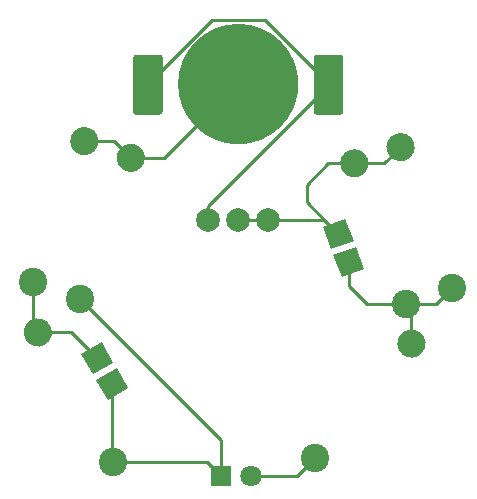
<source format=gbr>
%TF.GenerationSoftware,KiCad,Pcbnew,5.1.10*%
%TF.CreationDate,2021-10-23T16:34:25+02:00*%
%TF.ProjectId,xmas-badge,786d6173-2d62-4616-9467-652e6b696361,rev?*%
%TF.SameCoordinates,Original*%
%TF.FileFunction,Copper,L2,Bot*%
%TF.FilePolarity,Positive*%
%FSLAX46Y46*%
G04 Gerber Fmt 4.6, Leading zero omitted, Abs format (unit mm)*
G04 Created by KiCad (PCBNEW 5.1.10) date 2021-10-23 16:34:25*
%MOMM*%
%LPD*%
G01*
G04 APERTURE LIST*
%TA.AperFunction,ComponentPad*%
%ADD10R,1.800000X1.800000*%
%TD*%
%TA.AperFunction,ComponentPad*%
%ADD11C,1.800000*%
%TD*%
%TA.AperFunction,ComponentPad*%
%ADD12C,2.400000*%
%TD*%
%TA.AperFunction,ComponentPad*%
%ADD13C,2.000000*%
%TD*%
%TA.AperFunction,ComponentPad*%
%ADD14C,0.100000*%
%TD*%
%TA.AperFunction,Conductor*%
%ADD15C,0.250000*%
%TD*%
G04 APERTURE END LIST*
D10*
%TO.P,D1,1*%
%TO.N,Net-(D1-Pad1)*%
X46634400Y-65633600D03*
D11*
%TO.P,D1,2*%
%TO.N,Net-(D1-Pad2)*%
X49174400Y-65633600D03*
%TD*%
%TO.P,R1,2*%
%TO.N,Net-(R1-Pad2)*%
%TA.AperFunction,ComponentPad*%
G36*
G01*
X34667232Y-38367935D02*
X34667232Y-38367935D01*
G75*
G02*
X33950025Y-36829880I410424J1127631D01*
G01*
X33950025Y-36829880D01*
G75*
G02*
X35488080Y-36112673I1127631J-410424D01*
G01*
X35488080Y-36112673D01*
G75*
G02*
X36205287Y-37650728I-410424J-1127631D01*
G01*
X36205287Y-37650728D01*
G75*
G02*
X34667232Y-38367935I-1127631J410424D01*
G01*
G37*
%TD.AperFunction*%
D12*
%TO.P,R1,1*%
%TO.N,Net-(R1-Pad1)*%
X30734000Y-49174400D03*
%TD*%
%TO.P,R2,2*%
%TO.N,Net-(R1-Pad2)*%
%TA.AperFunction,ComponentPad*%
G36*
G01*
X38603976Y-39786431D02*
X38603976Y-39786431D01*
G75*
G02*
X37886769Y-38248376I410424J1127631D01*
G01*
X37886769Y-38248376D01*
G75*
G02*
X39424824Y-37531169I1127631J-410424D01*
G01*
X39424824Y-37531169D01*
G75*
G02*
X40142031Y-39069224I-410424J-1127631D01*
G01*
X40142031Y-39069224D01*
G75*
G02*
X38603976Y-39786431I-1127631J410424D01*
G01*
G37*
%TD.AperFunction*%
%TO.P,R2,1*%
%TO.N,Net-(D1-Pad1)*%
X34670744Y-50592896D03*
%TD*%
%TO.P,R3,1*%
%TO.N,Net-(D1-Pad1)*%
X37490400Y-64440123D03*
%TO.P,R3,2*%
%TO.N,Net-(R1-Pad1)*%
%TA.AperFunction,ComponentPad*%
G36*
G01*
X31740400Y-54480830D02*
X31740400Y-54480830D01*
G75*
G02*
X30101170Y-54041600I-600000J1039230D01*
G01*
X30101170Y-54041600D01*
G75*
G02*
X30540400Y-52402370I1039230J600000D01*
G01*
X30540400Y-52402370D01*
G75*
G02*
X32179630Y-52841600I600000J-1039230D01*
G01*
X32179630Y-52841600D01*
G75*
G02*
X31740400Y-54480830I-1039230J-600000D01*
G01*
G37*
%TD.AperFunction*%
%TD*%
%TO.P,R4,1*%
%TO.N,Net-(R4-Pad1)*%
X62280800Y-51054000D03*
%TO.P,R4,2*%
%TO.N,Net-(R4-Pad2)*%
%TA.AperFunction,ComponentPad*%
G36*
G01*
X58347568Y-40247535D02*
X58347568Y-40247535D01*
G75*
G02*
X56809513Y-39530328I-410424J1127631D01*
G01*
X56809513Y-39530328D01*
G75*
G02*
X57526720Y-37992273I1127631J410424D01*
G01*
X57526720Y-37992273D01*
G75*
G02*
X59064775Y-38709480I410424J-1127631D01*
G01*
X59064775Y-38709480D01*
G75*
G02*
X58347568Y-40247535I-1127631J-410424D01*
G01*
G37*
%TD.AperFunction*%
%TD*%
%TO.P,R5,2*%
%TO.N,Net-(R4-Pad2)*%
%TA.AperFunction,ComponentPad*%
G36*
G01*
X62259168Y-38875935D02*
X62259168Y-38875935D01*
G75*
G02*
X60721113Y-38158728I-410424J1127631D01*
G01*
X60721113Y-38158728D01*
G75*
G02*
X61438320Y-36620673I1127631J410424D01*
G01*
X61438320Y-36620673D01*
G75*
G02*
X62976375Y-37337880I410424J-1127631D01*
G01*
X62976375Y-37337880D01*
G75*
G02*
X62259168Y-38875935I-1127631J-410424D01*
G01*
G37*
%TD.AperFunction*%
%TO.P,R5,1*%
%TO.N,Net-(R4-Pad1)*%
X66192400Y-49682400D03*
%TD*%
%TO.P,R6,1*%
%TO.N,Net-(D1-Pad2)*%
X54610000Y-64109600D03*
%TO.P,R6,2*%
%TO.N,Net-(R4-Pad1)*%
%TA.AperFunction,ComponentPad*%
G36*
G01*
X62002058Y-55300089D02*
X62002058Y-55300089D01*
G75*
G02*
X61854150Y-53609491I771345J919253D01*
G01*
X61854150Y-53609491D01*
G75*
G02*
X63544748Y-53461583I919253J-771345D01*
G01*
X63544748Y-53461583D01*
G75*
G02*
X63692656Y-55152181I-771345J-919253D01*
G01*
X63692656Y-55152181D01*
G75*
G02*
X62002058Y-55300089I-919253J771345D01*
G01*
G37*
%TD.AperFunction*%
%TD*%
D13*
%TO.P,S1,3*%
%TO.N,Net-(R4-Pad2)*%
X50596800Y-43891200D03*
%TO.P,S1,2*%
X48056800Y-43891200D03*
%TO.P,S1,1*%
%TO.N,Net-(S1-Pad1)*%
X45516800Y-43891200D03*
%TD*%
%TO.P,U1,3*%
%TO.N,Net-(S1-Pad1)*%
%TA.AperFunction,SMDPad,CuDef*%
G36*
G01*
X54757600Y-29910400D02*
X56757600Y-29910400D01*
G75*
G02*
X57007600Y-30160400I0J-250000D01*
G01*
X57007600Y-34760400D01*
G75*
G02*
X56757600Y-35010400I-250000J0D01*
G01*
X54757600Y-35010400D01*
G75*
G02*
X54507600Y-34760400I0J250000D01*
G01*
X54507600Y-30160400D01*
G75*
G02*
X54757600Y-29910400I250000J0D01*
G01*
G37*
%TD.AperFunction*%
%TO.P,U1,2*%
%TA.AperFunction,SMDPad,CuDef*%
G36*
G01*
X39457600Y-29910400D02*
X41457600Y-29910400D01*
G75*
G02*
X41707600Y-30160400I0J-250000D01*
G01*
X41707600Y-34760400D01*
G75*
G02*
X41457600Y-35010400I-250000J0D01*
G01*
X39457600Y-35010400D01*
G75*
G02*
X39207600Y-34760400I0J250000D01*
G01*
X39207600Y-30160400D01*
G75*
G02*
X39457600Y-29910400I250000J0D01*
G01*
G37*
%TD.AperFunction*%
%TO.P,U1,1*%
%TO.N,Net-(R1-Pad2)*%
%TA.AperFunction,SMDPad,CuDef*%
G36*
G01*
X43007600Y-32410400D02*
X43007600Y-32410400D01*
G75*
G02*
X48107600Y-27310400I5100000J0D01*
G01*
X48107600Y-27310400D01*
G75*
G02*
X53207600Y-32410400I0J-5100000D01*
G01*
X53207600Y-32410400D01*
G75*
G02*
X48107600Y-37510400I-5100000J0D01*
G01*
X48107600Y-37510400D01*
G75*
G02*
X43007600Y-32410400I0J5100000D01*
G01*
G37*
%TD.AperFunction*%
%TD*%
%TA.AperFunction,ComponentPad*%
D14*
%TO.P, ,1*%
%TO.N,Net-(R1-Pad1)*%
G36*
X35803575Y-56992025D02*
G01*
X34803575Y-55259975D01*
X36535625Y-54259975D01*
X37535625Y-55992025D01*
X35803575Y-56992025D01*
G37*
%TD.AperFunction*%
%TD*%
%TA.AperFunction,ComponentPad*%
%TO.P, ,1*%
%TO.N,Net-(D1-Pad1)*%
G36*
X37073575Y-59176425D02*
G01*
X36073575Y-57444375D01*
X37805625Y-56444375D01*
X38805625Y-58176425D01*
X37073575Y-59176425D01*
G37*
%TD.AperFunction*%
%TD*%
%TA.AperFunction,ComponentPad*%
%TO.P, ,1*%
%TO.N,Net-(R4-Pad2)*%
G36*
X55993528Y-46392113D02*
G01*
X55309487Y-44512728D01*
X57188872Y-43828687D01*
X57872913Y-45708072D01*
X55993528Y-46392113D01*
G37*
%TD.AperFunction*%
%TD*%
%TA.AperFunction,ComponentPad*%
%TO.P, ,1*%
%TO.N,Net-(R4-Pad1)*%
G36*
X56857128Y-48779713D02*
G01*
X56173087Y-46900328D01*
X58052472Y-46216287D01*
X58736513Y-48095672D01*
X56857128Y-48779713D01*
G37*
%TD.AperFunction*%
%TD*%
D15*
%TO.N,Net-(D1-Pad1)*%
X37439600Y-64389323D02*
X37490400Y-64440123D01*
X37439600Y-57810400D02*
X37439600Y-64389323D01*
X45440923Y-64440123D02*
X46634400Y-65633600D01*
X37490400Y-64440123D02*
X45440923Y-64440123D01*
X46634400Y-62556552D02*
X46634400Y-65633600D01*
X34670744Y-50592896D02*
X46634400Y-62556552D01*
%TO.N,Net-(D1-Pad2)*%
X53086000Y-65633600D02*
X54610000Y-64109600D01*
X49174400Y-65633600D02*
X53086000Y-65633600D01*
%TO.N,Net-(R1-Pad2)*%
X41859200Y-38658800D02*
X48107600Y-32410400D01*
X39014400Y-38658800D02*
X41859200Y-38658800D01*
X37595904Y-37240304D02*
X39014400Y-38658800D01*
X35077656Y-37240304D02*
X37595904Y-37240304D01*
%TO.N,Net-(R1-Pad1)*%
X30734000Y-53035200D02*
X31140400Y-53441600D01*
X30734000Y-49174400D02*
X30734000Y-53035200D01*
X33985200Y-53441600D02*
X36169600Y-55626000D01*
X31140400Y-53441600D02*
X33985200Y-53441600D01*
%TO.N,Net-(R4-Pad1)*%
X62773403Y-51546603D02*
X62280800Y-51054000D01*
X62773403Y-54380836D02*
X62773403Y-51546603D01*
X64820800Y-51054000D02*
X66192400Y-49682400D01*
X62280800Y-51054000D02*
X64820800Y-51054000D01*
X62280800Y-51054000D02*
X59029600Y-51054000D01*
X57454800Y-49479200D02*
X57454800Y-47498000D01*
X59029600Y-51054000D02*
X57454800Y-49479200D01*
%TO.N,Net-(R4-Pad2)*%
X53898800Y-42418000D02*
X53898800Y-40944800D01*
X55723696Y-39119904D02*
X57937144Y-39119904D01*
X53898800Y-40944800D02*
X55723696Y-39119904D01*
X60477144Y-39119904D02*
X61848744Y-37748304D01*
X57937144Y-39119904D02*
X60477144Y-39119904D01*
X50596800Y-43891200D02*
X55372000Y-43891200D01*
X55372000Y-43891200D02*
X53898800Y-42418000D01*
X56591200Y-45110400D02*
X55372000Y-43891200D01*
X50596800Y-43891200D02*
X48056800Y-43891200D01*
%TO.N,Net-(S1-Pad1)*%
X55757600Y-32388274D02*
X55757600Y-32460400D01*
X50354715Y-26985389D02*
X55757600Y-32388274D01*
X45860485Y-26985389D02*
X50354715Y-26985389D01*
X40457600Y-32388274D02*
X45860485Y-26985389D01*
X40457600Y-32460400D02*
X40457600Y-32388274D01*
X45516800Y-42701200D02*
X45516800Y-43891200D01*
X55757600Y-32460400D02*
X45516800Y-42701200D01*
%TD*%
M02*

</source>
